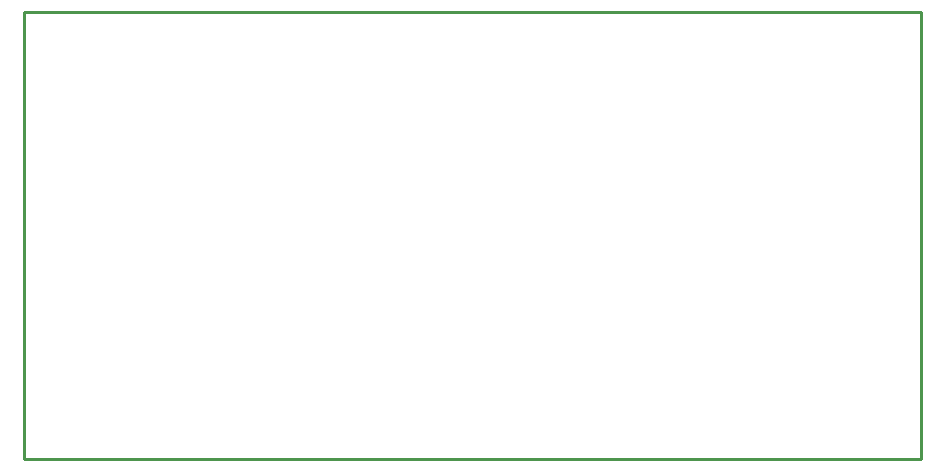
<source format=gbr>
G04 start of page 9 for group -4078 idx -4078 *
G04 Title: (unknown), bottomsilk *
G04 Creator: pcb 4.0.2 *
G04 CreationDate: Thu May 30 20:40:21 2019 UTC *
G04 For: ndholmes *
G04 Format: Gerber/RS-274X *
G04 PCB-Dimensions (mil): 3000.00 1500.00 *
G04 PCB-Coordinate-Origin: lower left *
%MOIN*%
%FSLAX25Y25*%
%LNBOTTOMSILK*%
%ADD47C,0.0100*%
G54D47*X299500Y500D02*Y149500D01*
X500Y500D02*Y149500D01*
Y500D02*X299500D01*
Y149500D02*X500D01*
M02*

</source>
